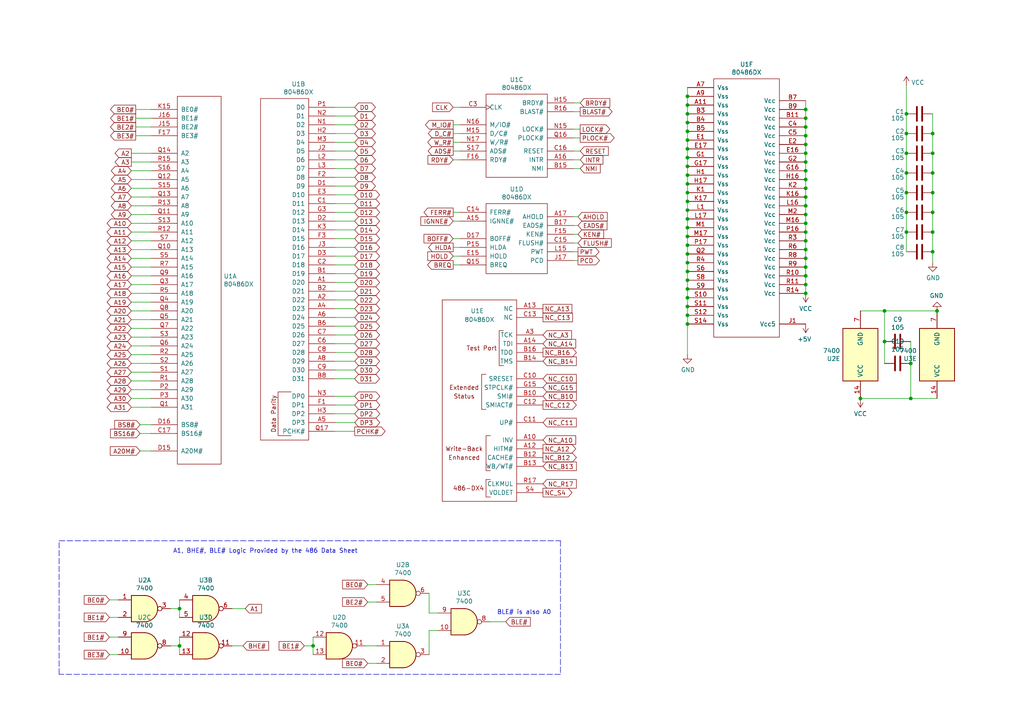
<source format=kicad_sch>
(kicad_sch (version 20211123) (generator eeschema)
  (paper "A4")
  (lib_symbols
    (symbol "74xx:7400" (pin_names (offset 1.016))
      (property "Reference" "U" (at 0 1.27 0))
      (property "Value" "7400" (at 0 -1.27 0))
      (symbol "7400_1_1"
        (pin input line (at -7.62 2.54 0) (length 3.81) (name "~") (number "1"))
        (pin input line (at -7.62 -2.54 0) (length 3.81) (name "~") (number "2"))
        (pin output inverted (at 7.62 0 180) (length 3.81) (name "~") (number "3"))
      )
      (symbol "7400_1_2"
        (pin input inverted (at -7.62 2.54 0) (length 4.318) (name "~") (number "1"))
        (pin input inverted (at -7.62 -2.54 0) (length 4.318) (name "~") (number "2"))
        (pin output line (at 7.62 0 180) (length 3.81) (name "~") (number "3"))
      )
      (symbol "7400_2_1"
        (pin input line (at -7.62 2.54 0) (length 3.81) (name "~") (number "4"))
        (pin input line (at -7.62 -2.54 0) (length 3.81) (name "~") (number "5"))
        (pin output inverted (at 7.62 0 180) (length 3.81) (name "~") (number "6"))
      )
      (symbol "7400_2_2"
        (pin input inverted (at -7.62 2.54 0) (length 4.318) (name "~") (number "4"))
        (pin input inverted (at -7.62 -2.54 0) (length 4.318) (name "~") (number "5"))
        (pin output line (at 7.62 0 180) (length 3.81) (name "~") (number "6"))
      )
      (symbol "7400_3_1"
        (pin input line (at -7.62 -2.54 0) (length 3.81) (name "~") (number "10"))
        (pin output inverted (at 7.62 0 180) (length 3.81) (name "~") (number "8"))
        (pin input line (at -7.62 2.54 0) (length 3.81) (name "~") (number "9"))
      )
      (symbol "7400_3_2"
        (pin input inverted (at -7.62 -2.54 0) (length 4.318) (name "~") (number "10"))
        (pin output line (at 7.62 0 180) (length 3.81) (name "~") (number "8"))
        (pin input inverted (at -7.62 2.54 0) (length 4.318) (name "~") (number "9"))
      )
      (symbol "7400_4_1"
        (pin output inverted (at 7.62 0 180) (length 3.81) (name "~") (number "11"))
        (pin input line (at -7.62 2.54 0) (length 3.81) (name "~") (number "12"))
        (pin input line (at -7.62 -2.54 0) (length 3.81) (name "~") (number "13"))
      )
      (symbol "7400_4_2"
        (pin output line (at 7.62 0 180) (length 3.81) (name "~") (number "11"))
        (pin input inverted (at -7.62 2.54 0) (length 4.318) (name "~") (number "12"))
        (pin input inverted (at -7.62 -2.54 0) (length 4.318) (name "~") (number "13"))
      )
      (symbol "7400_5_0"
        (pin power_in line (at 0 12.7 270) (length 5.08) (name "VCC") (number "14"))
        (pin power_in line (at 0 -12.7 90) (length 5.08) (name "GND") (number "7"))
      )
    )
    (symbol "80486:80486" (pin_names (offset 1.016))
      (property "Reference" "U" (at 0 53.34 0))
      (property "Value" "80486" (at 0 50.8 0))
      (symbol "80486_1_1"
        (pin input line (at -13.97 -48.26 0) (length 7.62) (name "BS16#") (number "C17"))
        (pin input line (at -13.97 -53.34 0) (length 7.62) (name "A20M#") (number "D15"))
        (pin input line (at -13.97 -45.72 0) (length 7.62) (name "BS8#") (number "D16"))
        (pin output line (at -13.97 38.1 0) (length 7.62) (name "BE3#") (number "F17"))
        (pin output line (at -13.97 40.64 0) (length 7.62) (name "BE2#") (number "J15"))
        (pin output line (at -13.97 43.18 0) (length 7.62) (name "BE1#") (number "J16"))
        (pin output line (at -13.97 45.72 0) (length 7.62) (name "BE0#") (number "K15"))
        (pin bidirectional line (at -13.97 -35.56 0) (length 7.62) (name "A29") (number "P2"))
        (pin bidirectional line (at -13.97 -38.1 0) (length 7.62) (name "A30") (number "P3"))
        (pin bidirectional line (at -13.97 -40.64 0) (length 7.62) (name "A31") (number "Q1"))
        (pin bidirectional line (at -13.97 5.08 0) (length 7.62) (name "A13") (number "Q10"))
        (pin bidirectional line (at -13.97 15.24 0) (length 7.62) (name "A9") (number "Q11"))
        (pin bidirectional line (at -13.97 25.4 0) (length 7.62) (name "A5") (number "Q12"))
        (pin bidirectional line (at -13.97 20.32 0) (length 7.62) (name "A7") (number "Q13"))
        (pin output line (at -13.97 33.02 0) (length 7.62) (name "A2") (number "Q14"))
        (pin bidirectional line (at -13.97 -5.08 0) (length 7.62) (name "A17") (number "Q3"))
        (pin bidirectional line (at -13.97 -10.16 0) (length 7.62) (name "A19") (number "Q4"))
        (pin bidirectional line (at -13.97 -15.24 0) (length 7.62) (name "A21") (number "Q5"))
        (pin bidirectional line (at -13.97 -22.86 0) (length 7.62) (name "A24") (number "Q6"))
        (pin bidirectional line (at -13.97 -17.78 0) (length 7.62) (name "A22") (number "Q7"))
        (pin bidirectional line (at -13.97 -12.7 0) (length 7.62) (name "A20") (number "Q8"))
        (pin bidirectional line (at -13.97 -2.54 0) (length 7.62) (name "A16") (number "Q9"))
        (pin bidirectional line (at -13.97 -33.02 0) (length 7.62) (name "A28") (number "R1"))
        (pin bidirectional line (at -13.97 10.16 0) (length 7.62) (name "A11") (number "R12"))
        (pin bidirectional line (at -13.97 17.78 0) (length 7.62) (name "A8") (number "R13"))
        (pin output line (at -13.97 30.48 0) (length 7.62) (name "A3") (number "R15"))
        (pin bidirectional line (at -13.97 -25.4 0) (length 7.62) (name "A25") (number "R2"))
        (pin bidirectional line (at -13.97 -7.62 0) (length 7.62) (name "A18") (number "R5"))
        (pin bidirectional line (at -13.97 0 0) (length 7.62) (name "A15") (number "R7"))
        (pin bidirectional line (at -13.97 -30.48 0) (length 7.62) (name "A27") (number "S1"))
        (pin bidirectional line (at -13.97 12.7 0) (length 7.62) (name "A10") (number "S13"))
        (pin bidirectional line (at -13.97 22.86 0) (length 7.62) (name "A6") (number "S15"))
        (pin bidirectional line (at -13.97 27.94 0) (length 7.62) (name "A4") (number "S16"))
        (pin bidirectional line (at -13.97 -27.94 0) (length 7.62) (name "A26") (number "S2"))
        (pin bidirectional line (at -13.97 -20.32 0) (length 7.62) (name "A23") (number "S3"))
        (pin bidirectional line (at -13.97 2.54 0) (length 7.62) (name "A14") (number "S5"))
        (pin bidirectional line (at -13.97 7.62 0) (length 7.62) (name "A12") (number "S7"))
      )
      (symbol "80486_2_1"
        (text "Data Parity" (at -2.54 -44.45 900) (effects (font (size 1.27 1.27))))
        (pin bidirectional line (at 15.24 -6.35 180) (length 7.62) (name "D20") (number "A1"))
        (pin bidirectional line (at 15.24 -11.43 180) (length 7.62) (name "D22") (number "A2"))
        (pin bidirectional line (at 15.24 -13.97 180) (length 7.62) (name "D23") (number "A4"))
        (pin bidirectional line (at 15.24 -46.99 180) (length 7.62) (name "DP3") (number "A5"))
        (pin bidirectional line (at 15.24 -16.51 180) (length 7.62) (name "D24") (number "A6"))
        (pin bidirectional line (at 15.24 -29.21 180) (length 7.62) (name "D29") (number "A8"))
        (pin bidirectional line (at 15.24 -3.81 180) (length 7.62) (name "D19") (number "B1"))
        (pin bidirectional line (at 15.24 -8.89 180) (length 7.62) (name "D21") (number "B2"))
        (pin bidirectional line (at 15.24 -19.05 180) (length 7.62) (name "D25") (number "B6"))
        (pin bidirectional line (at 15.24 -34.29 180) (length 7.62) (name "D31") (number "B8"))
        (pin bidirectional line (at 15.24 16.51 180) (length 7.62) (name "D11") (number "C1"))
        (pin bidirectional line (at 15.24 -1.27 180) (length 7.62) (name "D18") (number "C2"))
        (pin bidirectional line (at 15.24 -24.13 180) (length 7.62) (name "D27") (number "C6"))
        (pin bidirectional line (at 15.24 -21.59 180) (length 7.62) (name "D26") (number "C7"))
        (pin bidirectional line (at 15.24 -26.67 180) (length 7.62) (name "D28") (number "C8"))
        (pin bidirectional line (at 15.24 -31.75 180) (length 7.62) (name "D30") (number "C9"))
        (pin bidirectional line (at 15.24 21.59 180) (length 7.62) (name "D9") (number "D1"))
        (pin bidirectional line (at 15.24 11.43 180) (length 7.62) (name "D13") (number "D2"))
        (pin bidirectional line (at 15.24 1.27 180) (length 7.62) (name "D17") (number "D3"))
        (pin bidirectional line (at 15.24 19.05 180) (length 7.62) (name "D10") (number "E3"))
        (pin bidirectional line (at 15.24 -41.91 180) (length 7.62) (name "DP1") (number "F1"))
        (pin bidirectional line (at 15.24 24.13 180) (length 7.62) (name "D8") (number "F2"))
        (pin bidirectional line (at 15.24 6.35 180) (length 7.62) (name "D15") (number "F3"))
        (pin bidirectional line (at 15.24 13.97 180) (length 7.62) (name "D12") (number "G3"))
        (pin bidirectional line (at 15.24 36.83 180) (length 7.62) (name "D3") (number "H2"))
        (pin bidirectional line (at 15.24 -44.45 180) (length 7.62) (name "DP2") (number "H3"))
        (pin bidirectional line (at 15.24 31.75 180) (length 7.62) (name "D5") (number "J2"))
        (pin bidirectional line (at 15.24 3.81 180) (length 7.62) (name "D16") (number "J3"))
        (pin bidirectional line (at 15.24 8.89 180) (length 7.62) (name "D14") (number "K3"))
        (pin bidirectional line (at 15.24 29.21 180) (length 7.62) (name "D6") (number "L2"))
        (pin bidirectional line (at 15.24 26.67 180) (length 7.62) (name "D7") (number "L3"))
        (pin bidirectional line (at 15.24 34.29 180) (length 7.62) (name "D4") (number "M3"))
        (pin bidirectional line (at 15.24 39.37 180) (length 7.62) (name "D2") (number "N1"))
        (pin bidirectional line (at 15.24 41.91 180) (length 7.62) (name "D1") (number "N2"))
        (pin bidirectional line (at 15.24 -39.37 180) (length 7.62) (name "DP0") (number "N3"))
        (pin bidirectional line (at 15.24 44.45 180) (length 7.62) (name "D0") (number "P1"))
        (pin output line (at 15.24 -49.53 180) (length 7.62) (name "PCHK#") (number "Q17"))
      )
      (symbol "80486_3_1"
        (pin input line (at 17.78 -5.08 180) (length 7.62) (name "INTR") (number "A16"))
        (pin input line (at 17.78 -7.62 180) (length 7.62) (name "NMI") (number "B15"))
        (pin input line (at 17.78 -2.54 180) (length 7.62) (name "RESET") (number "C16"))
        (pin input clock (at -15.24 10.16 0) (length 7.62) (name "CLK") (number "C3"))
        (pin input line (at -15.24 -5.08 0) (length 7.62) (name "RDY#") (number "F16"))
        (pin input line (at 17.78 11.43 180) (length 7.62) (name "BRDY#") (number "H15"))
        (pin output line (at -15.24 2.54 0) (length 7.62) (name "D/C#") (number "M15"))
        (pin output line (at 17.78 3.81 180) (length 7.62) (name "LOCK#") (number "N15"))
        (pin output line (at -15.24 5.08 0) (length 7.62) (name "M/IO#") (number "N16"))
        (pin output line (at -15.24 0 0) (length 7.62) (name "W/R#") (number "N17"))
        (pin output line (at 17.78 1.27 180) (length 7.62) (name "PLOCK#") (number "Q16"))
        (pin output line (at 17.78 8.89 180) (length 7.62) (name "BLAST#") (number "R16"))
        (pin output line (at -15.24 -2.54 0) (length 7.62) (name "ADS#") (number "S17"))
      )
      (symbol "80486_4_1"
        (pin input line (at -16.51 5.08 0) (length 7.62) (name "IGNNE#") (number "A15"))
        (pin input line (at 16.51 6.35 180) (length 7.62) (name "AHOLD") (number "A17"))
        (pin input line (at 16.51 3.81 180) (length 7.62) (name "EADS#") (number "B17"))
        (pin output line (at -16.51 7.62 0) (length 7.62) (name "FERR#") (number "C14"))
        (pin input line (at 16.51 -1.27 180) (length 7.62) (name "FLUSH#") (number "C15"))
        (pin input line (at -16.51 0 0) (length 7.62) (name "BOFF#") (number "D17"))
        (pin input line (at -16.51 -5.08 0) (length 7.62) (name "HOLD") (number "E15"))
        (pin input line (at 16.51 1.27 180) (length 7.62) (name "KEN#") (number "F15"))
        (pin output line (at 16.51 -6.35 180) (length 7.62) (name "PCD") (number "J17"))
        (pin output line (at 16.51 -3.81 180) (length 7.62) (name "PWT") (number "L15"))
        (pin output line (at -16.51 -2.54 0) (length 7.62) (name "HLDA") (number "P15"))
        (pin output line (at -16.51 -7.62 0) (length 7.62) (name "BREQ") (number "Q15"))
      )
      (symbol "80486_5_1"
        (text "486-DX4" (at -3.81 -25.4 0) (effects (font (size 1.27 1.27))))
        (text "Enhanced" (at -5.08 -16.51 0) (effects (font (size 1.27 1.27))))
        (text "Extended" (at -5.08 3.81 0) (effects (font (size 1.27 1.27))))
        (text "Status" (at -5.08 1.27 0) (effects (font (size 1.27 1.27))))
        (text "Test Port" (at 0 15.24 0) (effects (font (size 1.27 1.27))))
        (text "Write-Back" (at -5.08 -13.97 0) (effects (font (size 1.27 1.27))))
        (pin input line (at 17.78 -11.43 180) (length 7.62) (name "INV") (number "A10"))
        (pin output line (at 17.78 -13.97 180) (length 7.62) (name "HITM#") (number "A12"))
        (pin bidirectional line (at 17.78 26.67 180) (length 7.62) (name "NC") (number "A13"))
        (pin input line (at 17.78 16.51 180) (length 7.62) (name "TDI") (number "A14"))
        (pin input line (at 17.78 19.05 180) (length 7.62) (name "TCK") (number "A3"))
        (pin input line (at 17.78 1.27 180) (length 7.62) (name "SMI#") (number "B10"))
        (pin output line (at 17.78 -16.51 180) (length 7.62) (name "CACHE#") (number "B12"))
        (pin input line (at 17.78 -19.05 180) (length 7.62) (name "WB/WT#") (number "B13"))
        (pin input line (at 17.78 11.43 180) (length 7.62) (name "TMS") (number "B14"))
        (pin output line (at 17.78 13.97 180) (length 7.62) (name "TDO") (number "B16"))
        (pin input line (at 17.78 6.35 180) (length 7.62) (name "SRESET") (number "C10"))
        (pin input line (at 17.78 -6.35 180) (length 7.62) (name "UP#") (number "C11"))
        (pin output line (at 17.78 -1.27 180) (length 7.62) (name "SMIACT#") (number "C12"))
        (pin bidirectional line (at 17.78 24.13 180) (length 7.62) (name "NC") (number "C13"))
        (pin no_connect line (at 0 -30.48 90) (length 7.62) hide (name "Key") (number "D4"))
        (pin input line (at 17.78 3.81 180) (length 7.62) (name "STPCLK#") (number "G15"))
        (pin input line (at 17.78 -24.13 180) (length 7.62) (name "CLKMUL") (number "R17"))
        (pin output line (at 17.78 -26.67 180) (length 7.62) (name "VOLDET") (number "S4"))
      )
      (symbol "80486_6_1"
        (pin power_in line (at -16.51 30.48 0) (length 7.62) (name "Vss") (number "A11"))
        (pin power_in line (at -16.51 35.56 0) (length 7.62) (name "Vss") (number "A7"))
        (pin power_in line (at -16.51 33.02 0) (length 7.62) (name "Vss") (number "A9"))
        (pin power_in line (at 17.78 26.67 180) (length 7.62) (name "Vcc") (number "B11"))
        (pin power_in line (at -16.51 27.94 0) (length 7.62) (name "Vss") (number "B3"))
        (pin power_in line (at -16.51 25.4 0) (length 7.62) (name "Vss") (number "B4"))
        (pin power_in line (at -16.51 22.86 0) (length 7.62) (name "Vss") (number "B5"))
        (pin power_in line (at 17.78 31.75 180) (length 7.62) (name "Vcc") (number "B7"))
        (pin power_in line (at 17.78 29.21 180) (length 7.62) (name "Vcc") (number "B9"))
        (pin power_in line (at 17.78 24.13 180) (length 7.62) (name "Vcc") (number "C4"))
        (pin power_in line (at 17.78 21.59 180) (length 7.62) (name "Vcc") (number "C5"))
        (pin power_in line (at -16.51 20.32 0) (length 7.62) (name "Vss") (number "E1"))
        (pin power_in line (at 17.78 16.51 180) (length 7.62) (name "Vcc") (number "E16"))
        (pin power_in line (at -16.51 17.78 0) (length 7.62) (name "Vss") (number "E17"))
        (pin power_in line (at 17.78 19.05 180) (length 7.62) (name "Vcc") (number "E2"))
        (pin power_in line (at -16.51 15.24 0) (length 7.62) (name "Vss") (number "G1"))
        (pin power_in line (at 17.78 11.43 180) (length 7.62) (name "Vcc") (number "G16"))
        (pin power_in line (at -16.51 12.7 0) (length 7.62) (name "Vss") (number "G17"))
        (pin power_in line (at 17.78 13.97 180) (length 7.62) (name "Vcc") (number "G2"))
        (pin power_in line (at -16.51 10.16 0) (length 7.62) (name "Vss") (number "H1"))
        (pin power_in line (at 17.78 8.89 180) (length 7.62) (name "Vcc") (number "H16"))
        (pin power_in line (at -16.51 7.62 0) (length 7.62) (name "Vss") (number "H17"))
        (pin power_in line (at 17.78 -33.02 180) (length 7.62) (name "Vcc5") (number "J1"))
        (pin power_in line (at -16.51 5.08 0) (length 7.62) (name "Vss") (number "K1"))
        (pin power_in line (at 17.78 3.81 180) (length 7.62) (name "Vcc") (number "K16"))
        (pin power_in line (at -16.51 2.54 0) (length 7.62) (name "Vss") (number "K17"))
        (pin power_in line (at 17.78 6.35 180) (length 7.62) (name "Vcc") (number "K2"))
        (pin power_in line (at -16.51 0 0) (length 7.62) (name "Vss") (number "L1"))
        (pin power_in line (at 17.78 1.27 180) (length 7.62) (name "Vcc") (number "L16"))
        (pin power_in line (at -16.51 -2.54 0) (length 7.62) (name "Vss") (number "L17"))
        (pin power_in line (at -16.51 -5.08 0) (length 7.62) (name "Vss") (number "M1"))
        (pin power_in line (at 17.78 -3.81 180) (length 7.62) (name "Vcc") (number "M16"))
        (pin power_in line (at -16.51 -7.62 0) (length 7.62) (name "Vss") (number "M17"))
        (pin power_in line (at 17.78 -1.27 180) (length 7.62) (name "Vcc") (number "M2"))
        (pin power_in line (at 17.78 -6.35 180) (length 7.62) (name "Vcc") (number "P16"))
        (pin power_in line (at -16.51 -10.16 0) (length 7.62) (name "Vss") (number "P17"))
        (pin power_in line (at -16.51 -12.7 0) (length 7.62) (name "Vss") (number "Q2"))
        (pin power_in line (at 17.78 -19.05 180) (length 7.62) (name "Vcc") (number "R10"))
        (pin power_in line (at 17.78 -21.59 180) (length 7.62) (name "Vcc") (number "R11"))
        (pin power_in line (at 17.78 -24.13 180) (length 7.62) (name "Vcc") (number "R14"))
        (pin power_in line (at 17.78 -8.89 180) (length 7.62) (name "Vcc") (number "R3"))
        (pin power_in line (at -16.51 -15.24 0) (length 7.62) (name "Vss") (number "R4"))
        (pin power_in line (at 17.78 -11.43 180) (length 7.62) (name "Vcc") (number "R6"))
        (pin power_in line (at 17.78 -13.97 180) (length 7.62) (name "Vcc") (number "R8"))
        (pin power_in line (at 17.78 -16.51 180) (length 7.62) (name "Vcc") (number "R9"))
        (pin power_in line (at -16.51 -25.4 0) (length 7.62) (name "Vss") (number "S10"))
        (pin power_in line (at -16.51 -27.94 0) (length 7.62) (name "Vss") (number "S11"))
        (pin power_in line (at -16.51 -30.48 0) (length 7.62) (name "Vss") (number "S12"))
        (pin power_in line (at -16.51 -33.02 0) (length 7.62) (name "Vss") (number "S14"))
        (pin power_in line (at -16.51 -17.78 0) (length 7.62) (name "Vss") (number "S6"))
        (pin power_in line (at -16.51 -20.32 0) (length 7.62) (name "Vss") (number "S8"))
        (pin power_in line (at -16.51 -22.86 0) (length 7.62) (name "Vss") (number "S9"))
      )
    )
    (symbol "Device:C" (pin_numbers hide) (pin_names (offset 0.254))
      (property "Reference" "C" (at 0.635 2.54 0))
      (property "Value" "C" (at 0.635 -2.54 0))
      (symbol "C_1_1"
        (pin passive line (at 0 3.81 270) (length 2.794) (name "~") (number "1"))
        (pin passive line (at 0 -3.81 90) (length 2.794) (name "~") (number "2"))
      )
    )
    (symbol "power:+5V" (power) (pin_names (offset 0))
      (property "Value" "+5V" (at 0 3.556 0))
      (symbol "+5V_1_1"
        (pin power_in line (at 0 0 90) (length 0) hide (name "+5V") (number "1"))
      )
    )
    (symbol "power:GND" (power) (pin_names (offset 0))
      (property "Value" "GND" (at 0 -3.81 0))
      (symbol "GND_1_1"
        (pin power_in line (at 0 0 270) (length 0) hide (name "GND") (number "1"))
      )
    )
    (symbol "power:VCC" (power) (pin_names (offset 0))
      (property "Value" "VCC" (at 0 3.81 0))
      (symbol "VCC_1_1"
        (pin power_in line (at 0 0 90) (length 0) hide (name "VCC") (number "1"))
      )
    )
  )
  (junction (at 270.51 73.025))
  (junction (at 199.39 86.36))
  (junction (at 270.51 67.31))
  (junction (at 233.68 80.01))
  (junction (at 199.39 63.5))
  (junction (at 199.39 53.34))
  (junction (at 262.89 44.45))
  (junction (at 270.51 61.595))
  (junction (at 233.68 72.39))
  (junction (at 233.68 31.75))
  (junction (at 270.51 50.165))
  (junction (at 256.54 90.17))
  (junction (at 199.39 66.04))
  (junction (at 233.68 67.31))
  (junction (at 199.39 78.74))
  (junction (at 262.89 67.31))
  (junction (at 233.68 59.69))
  (junction (at 199.39 58.42))
  (junction (at 199.39 40.64))
  (junction (at 199.39 48.26))
  (junction (at 233.68 36.83))
  (junction (at 233.68 44.45))
  (junction (at 233.68 41.91))
  (junction (at 249.555 115.57))
  (junction (at 199.39 33.02))
  (junction (at 52.07 176.53))
  (junction (at 270.51 38.735))
  (junction (at 199.39 88.9))
  (junction (at 233.68 77.47))
  (junction (at 199.39 60.96))
  (junction (at 199.39 91.44))
  (junction (at 233.68 46.99))
  (junction (at 264.16 105.41))
  (junction (at 233.68 49.53))
  (junction (at 262.89 50.165))
  (junction (at 199.39 76.2))
  (junction (at 233.68 62.23))
  (junction (at 233.68 64.77))
  (junction (at 199.39 68.58))
  (junction (at 233.68 57.15))
  (junction (at 233.68 54.61))
  (junction (at 233.68 74.93))
  (junction (at 264.16 115.57))
  (junction (at 271.78 90.17))
  (junction (at 199.39 30.48))
  (junction (at 199.39 55.88))
  (junction (at 199.39 38.1))
  (junction (at 270.51 44.45))
  (junction (at 233.68 34.29))
  (junction (at 199.39 71.12))
  (junction (at 199.39 73.66))
  (junction (at 233.68 82.55))
  (junction (at 256.54 99.06))
  (junction (at 199.39 43.18))
  (junction (at 199.39 50.8))
  (junction (at 199.39 27.94))
  (junction (at 270.51 55.88))
  (junction (at 52.07 187.325))
  (junction (at 262.89 61.595))
  (junction (at 262.89 38.735))
  (junction (at 233.68 52.07))
  (junction (at 90.805 187.325))
  (junction (at 199.39 93.98))
  (junction (at 233.68 69.85))
  (junction (at 199.39 83.82))
  (junction (at 233.68 85.09))
  (junction (at 233.68 39.37))
  (junction (at 199.39 35.56))
  (junction (at 262.89 55.88))
  (junction (at 262.89 33.02))
  (junction (at 199.39 81.28))
  (junction (at 199.39 45.72))
  (wire (pts (xy 106.045 187.325) (xy 109.22 187.325)))
  (wire (pts (xy 199.39 43.18) (xy 199.39 45.72)))
  (wire (pts (xy 233.68 77.47) (xy 233.68 80.01)))
  (wire (pts (xy 167.64 73.025) (xy 166.37 73.025)))
  (wire (pts (xy 38.1 59.69) (xy 43.815 59.69)))
  (wire (pts (xy 102.87 104.775) (xy 97.155 104.775)))
  (wire (pts (xy 43.815 110.49) (xy 38.1 110.49)))
  (wire (pts (xy 43.815 85.09) (xy 38.1 85.09)))
  (wire (pts (xy 52.07 187.325) (xy 52.07 184.785)))
  (wire (pts (xy 264.16 115.57) (xy 271.78 115.57)))
  (wire (pts (xy 97.155 64.135) (xy 102.87 64.135)))
  (wire (pts (xy 262.89 61.595) (xy 262.89 67.31)))
  (wire (pts (xy 97.155 81.915) (xy 102.87 81.915)))
  (wire (pts (xy 131.445 46.355) (xy 133.35 46.355)))
  (wire (pts (xy 102.87 51.435) (xy 97.155 51.435)))
  (wire (pts (xy 38.1 52.07) (xy 43.815 52.07)))
  (wire (pts (xy 256.54 99.06) (xy 256.54 90.17)))
  (wire (pts (xy 39.37 36.83) (xy 43.815 36.83)))
  (wire (pts (xy 233.68 44.45) (xy 233.68 46.99)))
  (wire (pts (xy 199.39 35.56) (xy 199.39 38.1)))
  (wire (pts (xy 199.39 55.88) (xy 199.39 58.42)))
  (wire (pts (xy 199.39 27.94) (xy 199.39 30.48)))
  (wire (pts (xy 49.53 176.53) (xy 52.07 176.53)))
  (wire (pts (xy 131.445 41.275) (xy 133.35 41.275)))
  (wire (pts (xy 43.815 95.25) (xy 38.1 95.25)))
  (wire (pts (xy 199.39 48.26) (xy 199.39 50.8)))
  (wire (pts (xy 168.275 43.815) (xy 166.37 43.815)))
  (wire (pts (xy 233.68 64.77) (xy 233.68 67.31)))
  (wire (pts (xy 102.87 43.815) (xy 97.155 43.815)))
  (wire (pts (xy 31.75 173.99) (xy 34.29 173.99)))
  (wire (pts (xy 199.39 68.58) (xy 199.39 71.12)))
  (wire (pts (xy 102.87 84.455) (xy 97.155 84.455)))
  (wire (pts (xy 102.87 79.375) (xy 97.155 79.375)))
  (wire (pts (xy 124.46 182.88) (xy 127 182.88)))
  (wire (pts (xy 199.39 60.96) (xy 199.39 63.5)))
  (wire (pts (xy 106.68 169.545) (xy 109.22 169.545)))
  (wire (pts (xy 199.39 40.64) (xy 199.39 43.18)))
  (wire (pts (xy 39.37 31.75) (xy 43.815 31.75)))
  (wire (pts (xy 233.68 29.21) (xy 233.68 31.75)))
  (wire (pts (xy 199.39 53.34) (xy 199.39 55.88)))
  (wire (pts (xy 199.39 25.4) (xy 199.39 27.94)))
  (wire (pts (xy 38.1 102.87) (xy 43.815 102.87)))
  (wire (pts (xy 166.37 70.485) (xy 167.64 70.485)))
  (wire (pts (xy 97.155 117.475) (xy 102.87 117.475)))
  (wire (pts (xy 102.87 71.755) (xy 97.155 71.755)))
  (wire (pts (xy 131.445 43.815) (xy 133.35 43.815)))
  (wire (pts (xy 199.39 93.98) (xy 199.39 102.87)))
  (wire (pts (xy 102.87 66.675) (xy 97.155 66.675)))
  (polyline (pts (xy 17.145 156.845) (xy 162.56 156.845)))
  (wire (pts (xy 43.815 72.39) (xy 38.1 72.39)))
  (wire (pts (xy 270.51 38.735) (xy 270.51 44.45)))
  (wire (pts (xy 233.68 54.61) (xy 233.68 57.15)))
  (wire (pts (xy 43.815 54.61) (xy 38.1 54.61)))
  (wire (pts (xy 43.815 105.41) (xy 38.1 105.41)))
  (wire (pts (xy 167.64 62.865) (xy 166.37 62.865)))
  (wire (pts (xy 233.68 34.29) (xy 233.68 36.83)))
  (wire (pts (xy 199.39 38.1) (xy 199.39 40.64)))
  (wire (pts (xy 264.16 99.06) (xy 264.16 105.41)))
  (wire (pts (xy 106.68 192.405) (xy 109.22 192.405)))
  (wire (pts (xy 199.39 76.2) (xy 199.39 78.74)))
  (wire (pts (xy 102.87 38.735) (xy 97.155 38.735)))
  (wire (pts (xy 264.16 105.41) (xy 264.16 115.57)))
  (wire (pts (xy 97.155 92.075) (xy 102.87 92.075)))
  (wire (pts (xy 233.68 36.83) (xy 233.68 39.37)))
  (wire (pts (xy 131.445 31.115) (xy 133.35 31.115)))
  (wire (pts (xy 199.39 83.82) (xy 199.39 86.36)))
  (wire (pts (xy 88.265 187.325) (xy 90.805 187.325)))
  (wire (pts (xy 124.46 189.865) (xy 124.46 182.88)))
  (wire (pts (xy 31.75 179.07) (xy 34.29 179.07)))
  (wire (pts (xy 90.805 184.785) (xy 90.805 187.325)))
  (wire (pts (xy 43.815 115.57) (xy 38.1 115.57)))
  (wire (pts (xy 233.68 80.01) (xy 233.68 82.55)))
  (wire (pts (xy 262.89 44.45) (xy 262.89 50.165)))
  (wire (pts (xy 262.89 38.735) (xy 262.89 44.45)))
  (wire (pts (xy 49.53 187.325) (xy 52.07 187.325)))
  (wire (pts (xy 131.445 69.215) (xy 133.35 69.215)))
  (wire (pts (xy 199.39 81.28) (xy 199.39 83.82)))
  (wire (pts (xy 167.64 65.405) (xy 166.37 65.405)))
  (wire (pts (xy 102.87 48.895) (xy 97.155 48.895)))
  (wire (pts (xy 97.155 36.195) (xy 102.87 36.195)))
  (wire (pts (xy 233.68 46.99) (xy 233.68 49.53)))
  (wire (pts (xy 97.155 122.555) (xy 102.87 122.555)))
  (wire (pts (xy 199.39 78.74) (xy 199.39 81.28)))
  (wire (pts (xy 233.68 41.91) (xy 233.68 44.45)))
  (polyline (pts (xy 17.145 195.58) (xy 17.145 156.845)))
  (wire (pts (xy 102.87 56.515) (xy 97.155 56.515)))
  (wire (pts (xy 256.54 90.17) (xy 249.555 90.17)))
  (wire (pts (xy 168.275 40.005) (xy 166.37 40.005)))
  (wire (pts (xy 199.39 58.42) (xy 199.39 60.96)))
  (wire (pts (xy 52.07 176.53) (xy 52.07 179.07)))
  (wire (pts (xy 233.68 49.53) (xy 233.68 52.07)))
  (wire (pts (xy 270.51 33.02) (xy 270.51 38.735)))
  (wire (pts (xy 67.31 187.325) (xy 70.485 187.325)))
  (wire (pts (xy 262.89 24.765) (xy 262.89 33.02)))
  (wire (pts (xy 199.39 88.9) (xy 199.39 91.44)))
  (wire (pts (xy 97.155 53.975) (xy 102.87 53.975)))
  (wire (pts (xy 199.39 71.12) (xy 199.39 73.66)))
  (wire (pts (xy 38.1 74.93) (xy 43.815 74.93)))
  (wire (pts (xy 43.815 44.45) (xy 38.1 44.45)))
  (wire (pts (xy 199.39 50.8) (xy 199.39 53.34)))
  (wire (pts (xy 131.445 74.295) (xy 133.35 74.295)))
  (wire (pts (xy 43.815 90.17) (xy 38.1 90.17)))
  (wire (pts (xy 97.155 102.235) (xy 102.87 102.235)))
  (wire (pts (xy 262.89 50.165) (xy 262.89 55.88)))
  (wire (pts (xy 199.39 45.72) (xy 199.39 48.26)))
  (wire (pts (xy 38.1 97.79) (xy 43.815 97.79)))
  (wire (pts (xy 97.155 41.275) (xy 102.87 41.275)))
  (wire (pts (xy 249.555 115.57) (xy 264.16 115.57)))
  (wire (pts (xy 102.87 109.855) (xy 97.155 109.855)))
  (wire (pts (xy 102.87 99.695) (xy 97.155 99.695)))
  (wire (pts (xy 131.445 76.835) (xy 133.35 76.835)))
  (wire (pts (xy 97.155 31.115) (xy 102.87 31.115)))
  (wire (pts (xy 102.87 61.595) (xy 97.155 61.595)))
  (wire (pts (xy 270.51 44.45) (xy 270.51 50.165)))
  (wire (pts (xy 38.1 57.15) (xy 43.815 57.15)))
  (wire (pts (xy 38.1 107.95) (xy 43.815 107.95)))
  (wire (pts (xy 102.87 125.095) (xy 97.155 125.095)))
  (wire (pts (xy 40.64 130.81) (xy 43.815 130.81)))
  (wire (pts (xy 270.51 61.595) (xy 270.51 67.31)))
  (wire (pts (xy 106.68 174.625) (xy 109.22 174.625)))
  (wire (pts (xy 166.37 32.385) (xy 168.275 32.385)))
  (wire (pts (xy 38.1 113.03) (xy 43.815 113.03)))
  (wire (pts (xy 233.68 39.37) (xy 233.68 41.91)))
  (wire (pts (xy 90.805 187.325) (xy 90.805 189.865)))
  (wire (pts (xy 40.64 123.19) (xy 43.815 123.19)))
  (wire (pts (xy 199.39 86.36) (xy 199.39 88.9)))
  (wire (pts (xy 233.68 82.55) (xy 233.68 85.09)))
  (wire (pts (xy 124.46 177.8) (xy 127 177.8)))
  (wire (pts (xy 270.51 55.88) (xy 270.51 61.595)))
  (wire (pts (xy 102.87 74.295) (xy 97.155 74.295)))
  (wire (pts (xy 168.275 37.465) (xy 166.37 37.465)))
  (wire (pts (xy 43.815 62.23) (xy 38.1 62.23)))
  (wire (pts (xy 38.1 82.55) (xy 43.815 82.55)))
  (wire (pts (xy 270.51 50.165) (xy 270.51 55.88)))
  (wire (pts (xy 233.68 74.93) (xy 233.68 77.47)))
  (wire (pts (xy 262.89 55.88) (xy 262.89 61.595)))
  (wire (pts (xy 233.68 72.39) (xy 233.68 74.93)))
  (wire (pts (xy 131.445 61.595) (xy 133.35 61.595)))
  (wire (pts (xy 38.1 80.01) (xy 43.815 80.01)))
  (wire (pts (xy 43.815 100.33) (xy 38.1 100.33)))
  (wire (pts (xy 233.68 59.69) (xy 233.68 62.23)))
  (wire (pts (xy 199.39 66.04) (xy 199.39 68.58)))
  (wire (pts (xy 199.39 91.44) (xy 199.39 93.98)))
  (wire (pts (xy 31.75 184.785) (xy 34.29 184.785)))
  (wire (pts (xy 97.155 46.355) (xy 102.87 46.355)))
  (wire (pts (xy 270.51 67.31) (xy 270.51 73.025)))
  (wire (pts (xy 43.815 125.73) (xy 40.64 125.73)))
  (wire (pts (xy 102.87 33.655) (xy 97.155 33.655)))
  (wire (pts (xy 43.815 67.31) (xy 38.1 67.31)))
  (wire (pts (xy 131.445 64.135) (xy 133.35 64.135)))
  (wire (pts (xy 124.46 172.085) (xy 124.46 177.8)))
  (wire (pts (xy 52.07 187.325) (xy 52.07 189.865)))
  (wire (pts (xy 38.1 92.71) (xy 43.815 92.71)))
  (wire (pts (xy 168.275 48.895) (xy 166.37 48.895)))
  (wire (pts (xy 38.1 64.77) (xy 43.815 64.77)))
  (wire (pts (xy 97.155 114.935) (xy 102.87 114.935)))
  (wire (pts (xy 199.39 73.66) (xy 199.39 76.2)))
  (wire (pts (xy 131.445 36.195) (xy 133.35 36.195)))
  (wire (pts (xy 97.155 69.215) (xy 102.87 69.215)))
  (wire (pts (xy 256.54 105.41) (xy 256.54 99.06)))
  (wire (pts (xy 43.815 49.53) (xy 38.1 49.53)))
  (wire (pts (xy 233.68 31.75) (xy 233.68 34.29)))
  (wire (pts (xy 97.155 107.315) (xy 102.87 107.315)))
  (wire (pts (xy 142.24 180.34) (xy 146.685 180.34)))
  (wire (pts (xy 97.155 97.155) (xy 102.87 97.155)))
  (polyline (pts (xy 162.56 156.845) (xy 162.56 195.58)))
  (wire (pts (xy 102.87 89.535) (xy 97.155 89.535)))
  (wire (pts (xy 199.39 63.5) (xy 199.39 66.04)))
  (wire (pts (xy 233.68 57.15) (xy 233.68 59.69)))
  (wire (pts (xy 43.815 39.37) (xy 39.37 39.37)))
  (wire (pts (xy 52.07 176.53) (xy 52.07 173.99)))
  (wire (pts (xy 233.68 62.23) (xy 233.68 64.77)))
  (wire (pts (xy 97.155 76.835) (xy 102.87 76.835)))
  (wire (pts (xy 168.275 46.355) (xy 166.37 46.355)))
  (wire (pts (xy 167.64 67.945) (xy 166.37 67.945)))
  (wire (pts (xy 233.68 69.85) (xy 233.68 72.39)))
  (wire (pts (xy 43.815 77.47) (xy 38.1 77.47)))
  (wire (pts (xy 131.445 38.735) (xy 133.35 38.735)))
  (wire (pts (xy 102.87 94.615) (xy 97.155 94.615)))
  (wire (pts (xy 38.1 118.11) (xy 43.815 118.11)))
  (wire (pts (xy 31.75 189.865) (xy 34.29 189.865)))
  (wire (pts (xy 43.815 34.29) (xy 39.37 34.29)))
  (wire (pts (xy 233.68 67.31) (xy 233.68 69.85)))
  (wire (pts (xy 199.39 33.02) (xy 199.39 35.56)))
  (wire (pts (xy 38.1 69.85) (xy 43.815 69.85)))
  (wire (pts (xy 270.51 73.025) (xy 270.51 76.2)))
  (wire (pts (xy 233.68 52.07) (xy 233.68 54.61)))
  (wire (pts (xy 262.89 67.31) (xy 262.89 73.025)))
  (wire (pts (xy 97.155 59.055) (xy 102.87 59.055)))
  (polyline (pts (xy 162.56 195.58) (xy 17.145 195.58)))
  (wire (pts (xy 166.37 29.845) (xy 168.275 29.845)))
  (wire (pts (xy 38.1 87.63) (xy 43.815 87.63)))
  (wire (pts (xy 167.64 75.565) (xy 166.37 75.565)))
  (wire (pts (xy 67.31 176.53) (xy 71.12 176.53)))
  (wire (pts (xy 38.1 46.99) (xy 43.815 46.99)))
  (wire (pts (xy 131.445 71.755) (xy 133.35 71.755)))
  (wire (pts (xy 271.78 90.17) (xy 256.54 90.17)))
  (wire (pts (xy 97.155 86.995) (xy 102.87 86.995)))
  (wire (pts (xy 97.155 120.015) (xy 102.87 120.015)))
  (wire (pts (xy 199.39 30.48) (xy 199.39 33.02)))
  (wire (pts (xy 262.89 33.02) (xy 262.89 38.735)))
  (text "A1, BHE#, BLE# Logic Provided by the 486 Data Sheet" (at 50.165 160.655 0) (effects (font (size 1.27 1.27)) (justify left bottom)))
  (text "BLE# is also A0" (at 144.145 178.435 0) (effects (font (size 1.27 1.27)) (justify left bottom)))
  (global_label "NC_R17" (shape input) (at 157.48 140.335 0) (property "Intersheet References" "${INTERSHEET_REFS}" (effects hide)))
  (global_label "PWT" (shape output) (at 167.64 73.025 0) (property "Intersheet References" "${INTERSHEET_REFS}" (effects hide)))
  (global_label "M_IO#" (shape output) (at 131.445 36.195 180) (property "Intersheet References" "${INTERSHEET_REFS}" (effects hide)))
  (global_label "D7" (shape bidirectional) (at 102.87 48.895 0) (property "Intersheet References" "${INTERSHEET_REFS}" (effects hide)))
  (global_label "D0" (shape bidirectional) (at 102.87 31.115 0) (property "Intersheet References" "${INTERSHEET_REFS}" (effects hide)))
  (global_label "BE0#" (shape output) (at 39.37 31.75 180) (property "Intersheet References" "${INTERSHEET_REFS}" (effects hide)))
  (global_label "A6" (shape bidirectional) (at 38.1 54.61 180) (property "Intersheet References" "${INTERSHEET_REFS}" (effects hide)))
  (global_label "NC_C13" (shape passive) (at 157.48 92.075 0) (property "Intersheet References" "${INTERSHEET_REFS}" (effects hide)))
  (global_label "NC_A10" (shape input) (at 157.48 127.635 0) (property "Intersheet References" "${INTERSHEET_REFS}" (effects hide)))
  (global_label "NC_C12" (shape output) (at 157.48 117.475 0) (property "Intersheet References" "${INTERSHEET_REFS}" (effects hide)))
  (global_label "A9" (shape bidirectional) (at 38.1 62.23 180) (property "Intersheet References" "${INTERSHEET_REFS}" (effects hide)))
  (global_label "INTR" (shape input) (at 168.275 46.355 0) (property "Intersheet References" "${INTERSHEET_REFS}" (effects hide)))
  (global_label "D5" (shape bidirectional) (at 102.87 43.815 0) (property "Intersheet References" "${INTERSHEET_REFS}" (effects hide)))
  (global_label "PCHK#" (shape output) (at 102.87 125.095 0) (property "Intersheet References" "${INTERSHEET_REFS}" (effects hide)))
  (global_label "BE0#" (shape input) (at 106.68 169.545 180) (property "Intersheet References" "${INTERSHEET_REFS}" (effects hide)))
  (global_label "D19" (shape bidirectional) (at 102.87 79.375 0) (property "Intersheet References" "${INTERSHEET_REFS}" (effects hide)))
  (global_label "DP0" (shape bidirectional) (at 102.87 114.935 0) (property "Intersheet References" "${INTERSHEET_REFS}" (effects hide)))
  (global_label "W_R#" (shape output) (at 131.445 41.275 180) (property "Intersheet References" "${INTERSHEET_REFS}" (effects hide)))
  (global_label "DP2" (shape bidirectional) (at 102.87 120.015 0) (property "Intersheet References" "${INTERSHEET_REFS}" (effects hide)))
  (global_label "BLAST#" (shape output) (at 168.275 32.385 0) (property "Intersheet References" "${INTERSHEET_REFS}" (effects hide)))
  (global_label "D3" (shape bidirectional) (at 102.87 38.735 0) (property "Intersheet References" "${INTERSHEET_REFS}" (effects hide)))
  (global_label "CLK" (shape input) (at 131.445 31.115 180) (property "Intersheet References" "${INTERSHEET_REFS}" (effects hide)))
  (global_label "A23" (shape bidirectional) (at 38.1 97.79 180) (property "Intersheet References" "${INTERSHEET_REFS}" (effects hide)))
  (global_label "D24" (shape bidirectional) (at 102.87 92.075 0) (property "Intersheet References" "${INTERSHEET_REFS}" (effects hide)))
  (global_label "D28" (shape bidirectional) (at 102.87 102.235 0) (property "Intersheet References" "${INTERSHEET_REFS}" (effects hide)))
  (global_label "BE2#" (shape input) (at 106.68 174.625 180) (property "Intersheet References" "${INTERSHEET_REFS}" (effects hide)))
  (global_label "D13" (shape bidirectional) (at 102.87 64.135 0) (property "Intersheet References" "${INTERSHEET_REFS}" (effects hide)))
  (global_label "A26" (shape bidirectional) (at 38.1 105.41 180) (property "Intersheet References" "${INTERSHEET_REFS}" (effects hide)))
  (global_label "BE1#" (shape input) (at 31.75 179.07 180) (property "Intersheet References" "${INTERSHEET_REFS}" (effects hide)))
  (global_label "D27" (shape bidirectional) (at 102.87 99.695 0) (property "Intersheet References" "${INTERSHEET_REFS}" (effects hide)))
  (global_label "D25" (shape bidirectional) (at 102.87 94.615 0) (property "Intersheet References" "${INTERSHEET_REFS}" (effects hide)))
  (global_label "D10" (shape bidirectional) (at 102.87 56.515 0) (property "Intersheet References" "${INTERSHEET_REFS}" (effects hide)))
  (global_label "A8" (shape bidirectional) (at 38.1 59.69 180) (property "Intersheet References" "${INTERSHEET_REFS}" (effects hide)))
  (global_label "NC_B14" (shape input) (at 157.48 104.775 0) (property "Intersheet References" "${INTERSHEET_REFS}" (effects hide)))
  (global_label "BE0#" (shape input) (at 106.68 192.405 180) (property "Intersheet References" "${INTERSHEET_REFS}" (effects hide)))
  (global_label "BE3#" (shape input) (at 31.75 189.865 180) (property "Intersheet References" "${INTERSHEET_REFS}" (effects hide)))
  (global_label "D22" (shape bidirectional) (at 102.87 86.995 0) (property "Intersheet References" "${INTERSHEET_REFS}" (effects hide)))
  (global_label "ADS#" (shape output) (at 131.445 43.815 180) (property "Intersheet References" "${INTERSHEET_REFS}" (effects hide)))
  (global_label "PLOCK#" (shape output) (at 168.275 40.005 0) (property "Intersheet References" "${INTERSHEET_REFS}" (effects hide)))
  (global_label "A28" (shape bidirectional) (at 38.1 110.49 180) (property "Intersheet References" "${INTERSHEET_REFS}" (effects hide)))
  (global_label "D21" (shape bidirectional) (at 102.87 84.455 0) (property "Intersheet References" "${INTERSHEET_REFS}" (effects hide)))
  (global_label "A25" (shape bidirectional) (at 38.1 102.87 180) (property "Intersheet References" "${INTERSHEET_REFS}" (effects hide)))
  (global_label "D1" (shape bidirectional) (at 102.87 33.655 0) (property "Intersheet References" "${INTERSHEET_REFS}" (effects hide)))
  (global_label "A13" (shape bidirectional) (at 38.1 72.39 180) (property "Intersheet References" "${INTERSHEET_REFS}" (effects hide)))
  (global_label "A10" (shape bidirectional) (at 38.1 64.77 180) (property "Intersheet References" "${INTERSHEET_REFS}" (effects hide)))
  (global_label "A5" (shape bidirectional) (at 38.1 52.07 180) (property "Intersheet References" "${INTERSHEET_REFS}" (effects hide)))
  (global_label "D23" (shape bidirectional) (at 102.87 89.535 0) (property "Intersheet References" "${INTERSHEET_REFS}" (effects hide)))
  (global_label "A15" (shape bidirectional) (at 38.1 77.47 180) (property "Intersheet References" "${INTERSHEET_REFS}" (effects hide)))
  (global_label "A18" (shape bidirectional) (at 38.1 85.09 180) (property "Intersheet References" "${INTERSHEET_REFS}" (effects hide)))
  (global_label "BE1#" (shape input) (at 88.265 187.325 180) (property "Intersheet References" "${INTERSHEET_REFS}" (effects hide)))
  (global_label "A24" (shape bidirectional) (at 38.1 100.33 180) (property "Intersheet References" "${INTERSHEET_REFS}" (effects hide)))
  (global_label "BREQ" (shape output) (at 131.445 76.835 180) (property "Intersheet References" "${INTERSHEET_REFS}" (effects hide)))
  (global_label "A27" (shape bidirectional) (at 38.1 107.95 180) (property "Intersheet References" "${INTERSHEET_REFS}" (effects hide)))
  (global_label "A7" (shape bidirectional) (at 38.1 57.15 180) (property "Intersheet References" "${INTERSHEET_REFS}" (effects hide)))
  (global_label "A19" (shape bidirectional) (at 38.1 87.63 180) (property "Intersheet References" "${INTERSHEET_REFS}" (effects hide)))
  (global_label "NC_A13" (shape passive) (at 157.48 89.535 0) (property "Intersheet References" "${INTERSHEET_REFS}" (effects hide)))
  (global_label "BE2#" (shape output) (at 39.37 36.83 180) (property "Intersheet References" "${INTERSHEET_REFS}" (effects hide)))
  (global_label "A16" (shape bidirectional) (at 38.1 80.01 180) (property "Intersheet References" "${INTERSHEET_REFS}" (effects hide)))
  (global_label "BE1#" (shape output) (at 39.37 34.29 180) (property "Intersheet References" "${INTERSHEET_REFS}" (effects hide)))
  (global_label "BS16#" (shape input) (at 40.64 125.73 180) (property "Intersheet References" "${INTERSHEET_REFS}" (effects hide)))
  (global_label "NC_B13" (shape input) (at 157.48 135.255 0) (property "Intersheet References" "${INTERSHEET_REFS}" (effects hide)))
  (global_label "BE0#" (shape input) (at 31.75 173.99 180) (property "Intersheet References" "${INTERSHEET_REFS}" (effects hide)))
  (global_label "BE1#" (shape input) (at 31.75 184.785 180) (property "Intersheet References" "${INTERSHEET_REFS}" (effects hide)))
  (global_label "A20" (shape bidirectional) (at 38.1 90.17 180) (property "Intersheet References" "${INTERSHEET_REFS}" (effects hide)))
  (global_label "NMI" (shape input) (at 168.275 48.895 0) (property "Intersheet References" "${INTERSHEET_REFS}" (effects hide)))
  (global_label "A21" (shape bidirectional) (at 38.1 92.71 180) (property "Intersheet References" "${INTERSHEET_REFS}" (effects hide)))
  (global_label "A11" (shape bidirectional) (at 38.1 67.31 180) (property "Intersheet References" "${INTERSHEET_REFS}" (effects hide)))
  (global_label "DP3" (shape bidirectional) (at 102.87 122.555 0) (property "Intersheet References" "${INTERSHEET_REFS}" (effects hide)))
  (global_label "A29" (shape bidirectional) (at 38.1 113.03 180) (property "Intersheet References" "${INTERSHEET_REFS}" (effects hide)))
  (global_label "BHE#" (shape input) (at 70.485 187.325 0) (property "Intersheet References" "${INTERSHEET_REFS}" (effects hide)))
  (global_label "A2" (shape output) (at 38.1 44.45 180) (property "Intersheet References" "${INTERSHEET_REFS}" (effects hide)))
  (global_label "AHOLD" (shape input) (at 167.64 62.865 0) (property "Intersheet References" "${INTERSHEET_REFS}" (effects hide)))
  (global_label "D2" (shape bidirectional) (at 102.87 36.195 0) (property "Intersheet References" "${INTERSHEET_REFS}" (effects hide)))
  (global_label "NC_A3" (shape input) (at 157.48 97.155 0) (property "Intersheet References" "${INTERSHEET_REFS}" (effects hide)))
  (global_label "NC_A14" (shape input) (at 157.48 99.695 0) (property "Intersheet References" "${INTERSHEET_REFS}" (effects hide)))
  (global_label "FERR#" (shape output) (at 131.445 61.595 180) (property "Intersheet References" "${INTERSHEET_REFS}" (effects hide)))
  (global_label "HOLD" (shape input) (at 131.445 74.295 180) (property "Intersheet References" "${INTERSHEET_REFS}" (effects hide)))
  (global_label "D16" (shape bidirectional) (at 102.87 71.755 0) (property "Intersheet References" "${INTERSHEET_REFS}" (effects hide)))
  (global_label "KEN#" (shape input) (at 167.64 67.945 0) (property "Intersheet References" "${INTERSHEET_REFS}" (effects hide)))
  (global_label "EADS#" (shape input) (at 167.64 65.405 0) (property "Intersheet References" "${INTERSHEET_REFS}" (effects hide)))
  (global_label "A4" (shape bidirectional) (at 38.1 49.53 180) (property "Intersheet References" "${INTERSHEET_REFS}" (effects hide)))
  (global_label "D31" (shape bidirectional) (at 102.87 109.855 0) (property "Intersheet References" "${INTERSHEET_REFS}" (effects hide)))
  (global_label "NC_C10" (shape input) (at 157.48 109.855 0) (property "Intersheet References" "${INTERSHEET_REFS}" (effects hide)))
  (global_label "D6" (shape bidirectional) (at 102.87 46.355 0) (property "Intersheet References" "${INTERSHEET_REFS}" (effects hide)))
  (global_label "D29" (shape bidirectional) (at 102.87 104.775 0) (property "Intersheet References" "${INTERSHEET_REFS}" (effects hide)))
  (global_label "RDY#" (shape input) (at 131.445 46.355 180) (property "Intersheet References" "${INTERSHEET_REFS}" (effects hide)))
  (global_label "BOFF#" (shape input) (at 131.445 69.215 180) (property "Intersheet References" "${INTERSHEET_REFS}" (effects hide)))
  (global_label "LOCK#" (shape output) (at 168.275 37.465 0) (property "Intersheet References" "${INTERSHEET_REFS}" (effects hide)))
  (global_label "BRDY#" (shape input) (at 168.275 29.845 0) (property "Intersheet References" "${INTERSHEET_REFS}" (effects hide)))
  (global_label "IGNNE#" (shape input) (at 131.445 64.135 180) (property "Intersheet References" "${INTERSHEET_REFS}" (effects hide)))
  (global_label "PCD" (shape output) (at 167.64 75.565 0) (property "Intersheet References" "${INTERSHEET_REFS}" (effects hide)))
  (global_label "A14" (shape bidirectional) (at 38.1 74.93 180) (property "Intersheet References" "${INTERSHEET_REFS}" (effects hide)))
  (global_label "NC_B16" (shape output) (at 157.48 102.235 0) (property "Intersheet References" "${INTERSHEET_REFS}" (effects hide)))
  (global_label "D4" (shape bidirectional) (at 102.87 41.275 0) (property "Intersheet References" "${INTERSHEET_REFS}" (effects hide)))
  (global_label "D15" (shape bidirectional) (at 102.87 69.215 0) (property "Intersheet References" "${INTERSHEET_REFS}" (effects hide)))
  (global_label "HLDA" (shape output) (at 131.445 71.755 180) (property "Intersheet References" "${INTERSHEET_REFS}" (effects hide)))
  (global_label "A30" (shape bidirectional) (at 38.1 115.57 180) (property "Intersheet References" "${INTERSHEET_REFS}" (effects hide)))
  (global_label "NC_S4" (shape output) (at 157.48 142.875 0) (property "Intersheet References" "${INTERSHEET_REFS}" (effects hide)))
  (global_label "NC_B12" (shape output) (at 157.48 132.715 0) (property "Intersheet References" "${INTERSHEET_REFS}" (effects hide)))
  (global_label "A22" (shape bidirectional) (at 38.1 95.25 180) (property "Intersheet References" "${INTERSHEET_REFS}" (effects hide)))
  (global_label "NC_C11" (shape input) (at 157.48 122.555 0) (property "Intersheet References" "${INTERSHEET_REFS}" (effects hide)))
  (global_label "D20" (shape bidirectional) (at 102.87 81.915 0) (property "Intersheet References" "${INTERSHEET_REFS}" (effects hide)))
  (global_label "D18" (shape bidirectional) (at 102.87 76.835 0) (property "Intersheet References" "${INTERSHEET_REFS}" (effects hide)))
  (global_label "D14" (shape bidirectional) (at 102.87 66.675 0) (property "Intersheet References" "${INTERSHEET_REFS}" (effects hide)))
  (global_label "NC_B10" (shape input) (at 157.48 114.935 0) (property "Intersheet References" "${INTERSHEET_REFS}" (effects hide)))
  (global_label "D8" (shape bidirectional) (at 102.87 51.435 0) (property "Intersheet References" "${INTERSHEET_REFS}" (effects hide)))
  (global_label "D_C#" (shape output) (at 131.445 38.735 180) (property "Intersheet References" "${INTERSHEET_REFS}" (effects hide)))
  (global_label "D26" (shape bidirectional) (at 102.87 97.155 0) (property "Intersheet References" "${INTERSHEET_REFS}" (effects hide)))
  (global_label "D9" (shape bidirectional) (at 102.87 53.975 0) (property "Intersheet References" "${INTERSHEET_REFS}" (effects hide)))
  (global_label "FLUSH#" (shape input) (at 167.64 70.485 0) (property "Intersheet References" "${INTERSHEET_REFS}" (effects hide)))
  (global_label "D11" (shape bidirectional) (at 102.87 59.055 0) (property "Intersheet References" "${INTERSHEET_REFS}" (effects hide)))
  (global_label "A31" (shape bidirectional) (at 38.1 118.11 180) (property "Intersheet References" "${INTERSHEET_REFS}" (effects hide)))
  (global_label "A17" (shape bidirectional) (at 38.1 82.55 180) (property "Intersheet References" "${INTERSHEET_REFS}" (effects hide)))
  (global_label "D17" (shape bidirectional) (at 102.87 74.295 0) (property "Intersheet References" "${INTERSHEET_REFS}" (effects hide)))
  (global_label "NC_A12" (shape output) (at 157.48 130.175 0) (property "Intersheet References" "${INTERSHEET_REFS}" (effects hide)))
  (global_label "D12" (shape bidirectional) (at 102.87 61.595 0) (property "Intersheet References" "${INTERSHEET_REFS}" (effects hide)))
  (global_label "D30" (shape bidirectional) (at 102.87 107.315 0) (property "Intersheet References" "${INTERSHEET_REFS}" (effects hide)))
  (global_label "BLE#" (shape input) (at 146.685 180.34 0) (property "Intersheet References" "${INTERSHEET_REFS}" (effects hide)))
  (global_label "NC_G15" (shape input) (at 157.48 112.395 0) (property "Intersheet References" "${INTERSHEET_REFS}" (effects hide)))
  (global_label "A20M#" (shape input) (at 40.64 130.81 180) (property "Intersheet References" "${INTERSHEET_REFS}" (effects hide)))
  (global_label "BS8#" (shape input) (at 40.64 123.19 180) (property "Intersheet References" "${INTERSHEET_REFS}" (effects hide)))
  (global_label "BE3#" (shape output) (at 39.37 39.37 180) (property "Intersheet References" "${INTERSHEET_REFS}" (effects hide)))
  (global_label "A1" (shape input) (at 71.12 176.53 0) (property "Intersheet References" "${INTERSHEET_REFS}" (effects hide)))
  (global_label "A3" (shape output) (at 38.1 46.99 180) (property "Intersheet References" "${INTERSHEET_REFS}" (effects hide)))
  (global_label "RESET" (shape input) (at 168.275 43.815 0) (property "Intersheet References" "${INTERSHEET_REFS}" (effects hide)))
  (global_label "DP1" (shape bidirectional) (at 102.87 117.475 0) (property "Intersheet References" "${INTERSHEET_REFS}" (effects hide)))
  (global_label "A12" (shape bidirectional) (at 38.1 69.85 180) (property "Intersheet References" "${INTERSHEET_REFS}" (effects hide)))
  (symbol (lib_id "74xx:7400") (at 41.91 176.53 0) (unit 1)
    (property "Reference" "U2" (at 41.91 168.275 0))
    (property "Value" "7400" (at 41.91 170.5864 0))
    (property "Footprint" "Package_DIP:DIP-14_W7.62mm" (effects hide))
    (property "Datasheet" "http://www.ti.com/lit/gpn/sn7400" (effects hide))
  )
  (symbol (lib_id "74xx:7400") (at 59.69 176.53 0) (unit 2)
    (property "Reference" "U3" (at 59.69 168.275 0))
    (property "Value" "7400" (at 59.69 170.5864 0))
    (property "Footprint" "Package_DIP:DIP-14_W7.62mm" (effects hide))
    (property "Datasheet" "http://www.ti.com/lit/gpn/sn7400" (effects hide))
  )
  (symbol (lib_id "74xx:7400") (at 41.91 187.325 0) (unit 3)
    (property "Reference" "U2" (at 41.91 179.07 0))
    (property "Value" "7400" (at 41.91 181.3814 0))
    (property "Footprint" "Package_DIP:DIP-14_W7.62mm" (effects hide))
    (property "Datasheet" "http://www.ti.com/lit/gpn/sn7400" (effects hide))
  )
  (symbol (lib_id "74xx:7400") (at 59.69 187.325 0) (unit 4)
    (property "Reference" "U3" (at 59.69 179.07 0))
    (property "Value" "7400" (at 59.69 181.3814 0))
    (property "Footprint" "Package_DIP:DIP-14_W7.62mm" (effects hide))
    (property "Datasheet" "http://www.ti.com/lit/gpn/sn7400" (effects hide))
  )
  (symbol (lib_id "74xx:7400") (at 249.555 102.87 180) (unit 5)
    (property "Reference" "U2" (at 243.713 104.0384 0) (effects (justify left)))
    (property "Value" "7400" (at 243.713 101.727 0) (effects (justify left)))
    (property "Footprint" "Package_DIP:DIP-14_W7.62mm" (effects hide))
    (property "Datasheet" "http://www.ti.com/lit/gpn/sn7400" (effects hide))
  )
  (symbol (lib_id "74xx:7400") (at 116.84 189.865 0) (unit 1)
    (property "Reference" "U3" (at 116.84 181.61 0))
    (property "Value" "7400" (at 116.84 183.9214 0))
    (property "Footprint" "Package_DIP:DIP-14_W7.62mm" (effects hide))
    (property "Datasheet" "http://www.ti.com/lit/gpn/sn7400" (effects hide))
  )
  (symbol (lib_id "74xx:7400") (at 116.84 172.085 0) (unit 2)
    (property "Reference" "U2" (at 116.84 163.83 0))
    (property "Value" "7400" (at 116.84 166.1414 0))
    (property "Footprint" "Package_DIP:DIP-14_W7.62mm" (effects hide))
    (property "Datasheet" "http://www.ti.com/lit/gpn/sn7400" (effects hide))
  )
  (symbol (lib_id "74xx:7400") (at 134.62 180.34 0) (unit 3)
    (property "Reference" "U3" (at 134.62 172.085 0))
    (property "Value" "7400" (at 134.62 174.3964 0))
    (property "Footprint" "Package_DIP:DIP-14_W7.62mm" (effects hide))
    (property "Datasheet" "http://www.ti.com/lit/gpn/sn7400" (effects hide))
  )
  (symbol (lib_id "74xx:7400") (at 98.425 187.325 0) (unit 4)
    (property "Reference" "U2" (at 98.425 179.07 0))
    (property "Value" "7400" (at 98.425 181.3814 0))
    (property "Footprint" "Package_DIP:DIP-14_W7.62mm" (effects hide))
    (property "Datasheet" "http://www.ti.com/lit/gpn/sn7400" (effects hide))
  )
  (symbol (lib_id "74xx:7400") (at 271.78 102.87 180) (unit 5)
    (property "Reference" "U3" (at 265.938 104.0384 0) (effects (justify left)))
    (property "Value" "7400" (at 265.938 101.727 0) (effects (justify left)))
    (property "Footprint" "Package_DIP:DIP-14_W7.62mm" (effects hide))
    (property "Datasheet" "http://www.ti.com/lit/gpn/sn7400" (effects hide))
  )
  (symbol (lib_id "Device:C") (at 266.7 55.88 270) (mirror x) (unit 1)
    (property "Reference" "C5" (at 260.985 55.245 90))
    (property "Value" "105" (at 260.35 57.15 90))
    (property "Footprint" "Capacitor_SMD:C_0805_2012Metric_Pad1.18x1.45mm_HandSolder" (effects hide))
  )
  (symbol (lib_id "Device:C") (at 266.7 73.025 270) (mirror x) (unit 1)
    (property "Reference" "C8" (at 260.985 71.755 90))
    (property "Value" "105" (at 260.35 73.66 90))
    (property "Footprint" "Capacitor_SMD:C_0805_2012Metric_Pad1.18x1.45mm_HandSolder" (effects hide))
  )
  (symbol (lib_id "Device:C") (at 266.7 67.31 270) (mirror x) (unit 1)
    (property "Reference" "C7" (at 260.985 66.675 90))
    (property "Value" "105" (at 260.35 68.58 90))
    (property "Footprint" "Capacitor_SMD:C_0805_2012Metric_Pad1.18x1.45mm_HandSolder" (effects hide))
  )
  (symbol (lib_id "Device:C") (at 266.7 61.595 270) (mirror x) (unit 1)
    (property "Reference" "C6" (at 260.985 60.96 90))
    (property "Value" "105" (at 260.35 62.865 90))
    (property "Footprint" "Capacitor_SMD:C_0805_2012Metric_Pad1.18x1.45mm_HandSolder" (effects hide))
  )
  (symbol (lib_id "80486:80486") (at 57.785 77.47 0) (unit 1)
    (property "Reference" "U1" (at 64.8462 80.1116 0) (effects (justify left)))
    (property "Value" "80486DX" (at 64.8462 82.423 0) (effects (justify left)))
    (property "Footprint" "486 Breakout:PGA169" (effects hide))
  )
  (symbol (lib_id "80486:80486") (at 81.915 75.565 0) (unit 2)
    (property "Reference" "U1" (at 86.5632 24.384 0))
    (property "Value" "80486DX" (at 86.5632 26.6954 0))
    (property "Footprint" "486 Breakout:PGA169" (effects hide))
  )
  (symbol (lib_id "80486:80486") (at 148.59 41.275 0) (unit 3)
    (property "Reference" "U1" (at 149.86 23.114 0))
    (property "Value" "80486DX" (at 149.86 25.4254 0))
    (property "Footprint" "486 Breakout:PGA169" (effects hide))
  )
  (symbol (lib_id "80486:80486") (at 149.86 69.215 0) (unit 4)
    (property "Reference" "U1" (at 149.86 54.864 0))
    (property "Value" "80486DX" (at 149.86 57.1754 0))
    (property "Footprint" "486 Breakout:PGA169" (effects hide))
  )
  (symbol (lib_id "80486:80486") (at 139.7 116.205 0) (unit 5)
    (property "Reference" "U1" (at 138.43 90.17 0))
    (property "Value" "80486DX" (at 139.065 92.71 0))
    (property "Footprint" "486 Breakout:PGA169" (effects hide))
  )
  (symbol (lib_id "80486:80486") (at 215.9 60.96 0) (unit 6)
    (property "Reference" "U1" (at 216.535 18.669 0))
    (property "Value" "80486DX" (at 216.535 20.9804 0))
    (property "Footprint" "486 Breakout:PGA169" (effects hide))
  )
  (symbol (lib_id "power:GND") (at 199.39 102.87 0) (unit 1)
    (property "Reference" "#PWR013" (effects hide))
    (property "Value" "GND" (at 199.517 107.2642 0))
  )
  (symbol (lib_id "power:+5V") (at 233.68 93.98 180) (unit 1)
    (property "Reference" "#PWR012" (effects hide))
    (property "Value" "+5V" (at 233.299 98.3742 0))
  )
  (symbol (lib_id "power:GND") (at 270.51 76.2 0) (unit 1)
    (property "Reference" "#PWR010" (effects hide))
    (property "Value" "GND" (at 270.637 80.5942 0))
  )
  (symbol (lib_id "Device:C") (at 266.7 33.02 270) (mirror x) (unit 1)
    (property "Reference" "C1" (at 260.985 32.385 90))
    (property "Value" "105" (at 260.35 34.29 90))
    (property "Footprint" "Capacitor_SMD:C_0805_2012Metric_Pad1.18x1.45mm_HandSolder" (effects hide))
  )
  (symbol (lib_id "Device:C") (at 266.7 50.165 270) (mirror x) (unit 1)
    (property "Reference" "C4" (at 260.985 49.53 90))
    (property "Value" "105" (at 260.35 51.435 90))
    (property "Footprint" "Capacitor_SMD:C_0805_2012Metric_Pad1.18x1.45mm_HandSolder" (effects hide))
  )
  (symbol (lib_id "Device:C") (at 266.7 44.45 270) (mirror x) (unit 1)
    (property "Reference" "C3" (at 260.985 43.815 90))
    (property "Value" "105" (at 260.35 45.72 90))
    (property "Footprint" "Capacitor_SMD:C_0805_2012Metric_Pad1.18x1.45mm_HandSolder" (effects hide))
  )
  (symbol (lib_id "Device:C") (at 266.7 38.735 270) (mirror x) (unit 1)
    (property "Reference" "C2" (at 260.985 38.1 90))
    (property "Value" "105" (at 260.35 40.005 90))
    (property "Footprint" "Capacitor_SMD:C_0805_2012Metric_Pad1.18x1.45mm_HandSolder" (effects hide))
  )
  (symbol (lib_id "power:GND") (at 271.78 90.17 180) (unit 1)
    (property "Reference" "#PWR011" (effects hide))
    (property "Value" "GND" (at 271.653 85.7758 0))
  )
  (symbol (lib_id "Device:C") (at 260.35 105.41 270) (mirror x) (unit 1)
    (property "Reference" "C10" (at 260.35 99.0092 90))
    (property "Value" "105" (at 260.35 101.3206 90))
    (property "Footprint" "Capacitor_THT:C_Disc_D3.4mm_W2.1mm_P2.50mm" (effects hide))
  )
  (symbol (lib_id "Device:C") (at 260.35 99.06 270) (mirror x) (unit 1)
    (property "Reference" "C9" (at 260.35 92.6592 90))
    (property "Value" "105" (at 260.35 94.9706 90))
    (property "Footprint" "Capacitor_THT:C_Disc_D3.4mm_W2.1mm_P2.50mm" (effects hide))
  )
  (symbol (lib_id "power:VCC") (at 249.555 115.57 180) (unit 1)
    (property "Reference" "#PWR0102" (effects hide))
    (property "Value" "VCC" (at 249.555 120.0134 0))
  )
  (symbol (lib_id "power:VCC") (at 262.89 24.765 0) (unit 1)
    (property "Reference" "#PWR0101" (effects hide))
    (property "Value" "VCC" (at 264.287 23.9288 0) (effects (justify left)))
  )
  (symbol (lib_id "power:VCC") (at 233.68 85.09 180) (unit 1)
    (property "Reference" "#PWR0103" (effects hide))
    (property "Value" "VCC" (at 233.68 89.5334 0))
  )
)
</source>
